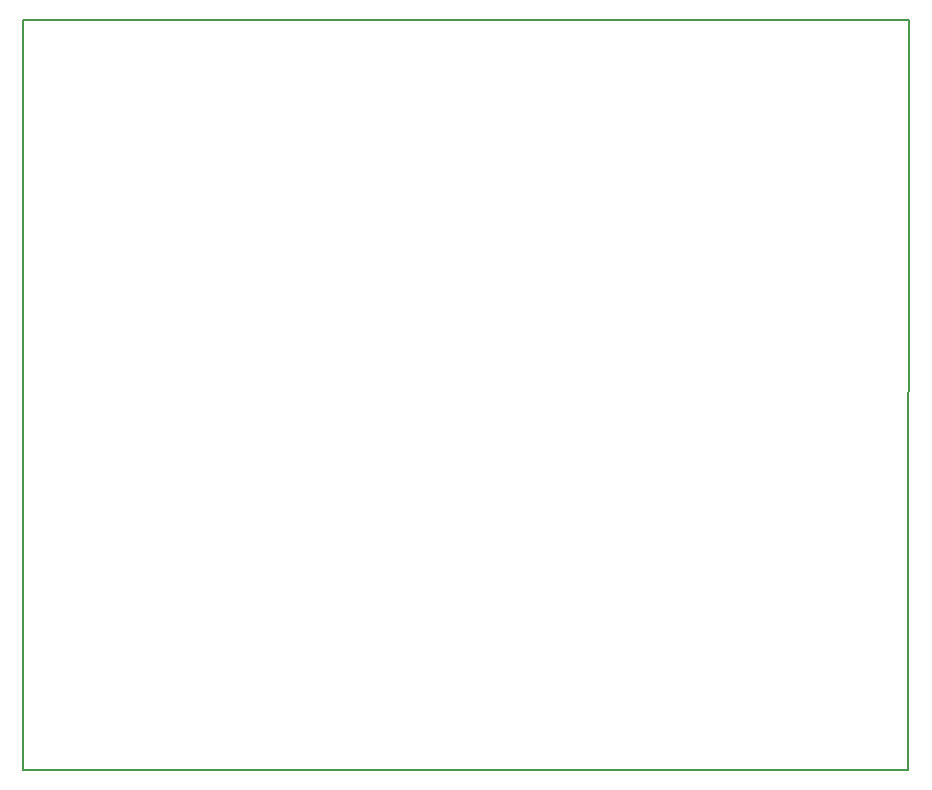
<source format=gbr>
%TF.GenerationSoftware,Novarm,DipTrace,3.2.0.1*%
%TF.CreationDate,2018-02-07T16:10:36+00:00*%
%FSLAX35Y35*%
%MOMM*%
%TF.FileFunction,Profile*%
%TF.Part,Single*%
%ADD11C,0.14*%
G75*
G01*
%LPD*%
X1000000Y1000000D2*
D11*
X8493000D1*
X8500000Y7357000D1*
X1000000D1*
Y1000000D1*
M02*

</source>
